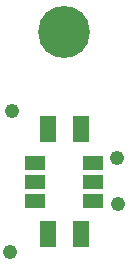
<source format=gts>
%FSLAX25Y25*%
%MOIN*%
G70*
G01*
G75*
G04 Layer_Color=128*
%ADD10R,0.05906X0.03937*%
%ADD11R,0.05000X0.08000*%
%ADD12C,0.02500*%
%ADD13C,0.04000*%
%ADD14C,0.05000*%
%ADD15C,0.16500*%
%ADD16C,0.04000*%
%ADD17R,0.17716X0.12205*%
%ADD18C,0.01000*%
%ADD19R,0.04906X0.02937*%
%ADD20R,0.04000X0.07000*%
%ADD21R,0.16716X0.11205*%
%ADD22R,0.06706X0.04737*%
%ADD23R,0.05800X0.08800*%
%ADD24C,0.17300*%
%ADD25C,0.04800*%
D22*
X534680Y631200D02*
D03*
Y637499D02*
D03*
X515400Y631200D02*
D03*
Y637499D02*
D03*
X534680Y643798D02*
D03*
X515400D02*
D03*
D23*
X519500Y620000D02*
D03*
X530500D02*
D03*
X519500Y655000D02*
D03*
X530500D02*
D03*
D24*
X525000Y687500D02*
D03*
D25*
X543000Y630000D02*
D03*
X542500Y645500D02*
D03*
X507500Y661000D02*
D03*
X507000Y614000D02*
D03*
M02*

</source>
